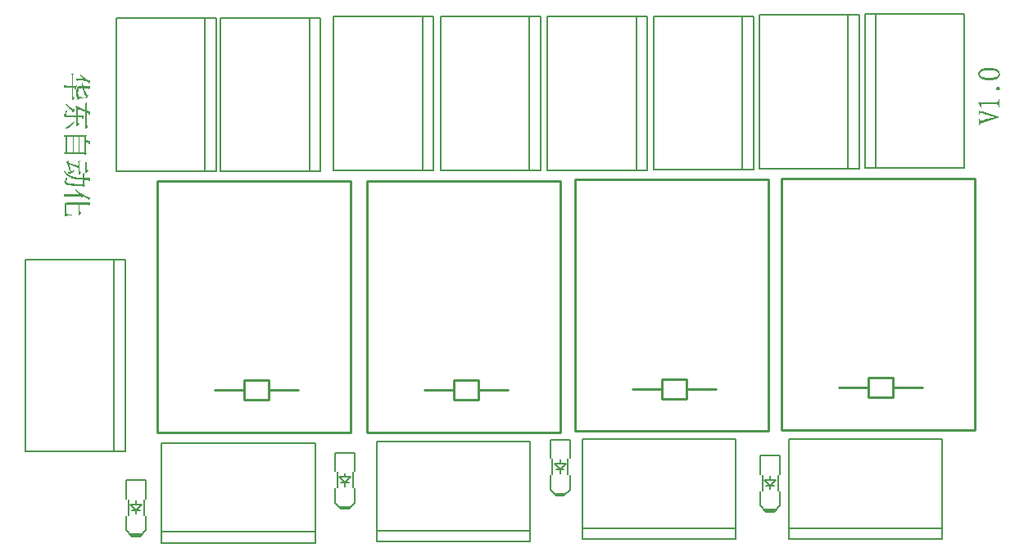
<source format=gto>
G04*
G04 #@! TF.GenerationSoftware,Altium Limited,Altium Designer,20.2.2 (114)*
G04*
G04 Layer_Color=65535*
%FSLAX44Y44*%
%MOMM*%
G71*
G04*
G04 #@! TF.SameCoordinates,263EBA9D-054C-40F6-8731-2C9348E58862*
G04*
G04*
G04 #@! TF.FilePolarity,Positive*
G04*
G01*
G75*
%ADD10C,0.2000*%
%ADD11C,0.2540*%
G36*
X99710Y40310D02*
X85710Y40311D01*
X88709Y37311D01*
X96710Y37310D01*
X99710Y40310D01*
D02*
G37*
G36*
X315610Y68470D02*
X301610Y68470D01*
X304610Y65470D01*
X312610Y65469D01*
X315610Y68470D01*
D02*
G37*
G36*
X537860Y82220D02*
X523860Y82220D01*
X526860Y79220D01*
X534860Y79219D01*
X537860Y82220D01*
D02*
G37*
G36*
X755030Y65710D02*
X741030Y65711D01*
X744029Y62710D01*
X752030Y62709D01*
X755030Y65710D01*
D02*
G37*
G36*
X974915Y521525D02*
X975276D01*
X975692Y521497D01*
X976136Y521441D01*
X976636Y521413D01*
X977191Y521330D01*
X977747Y521247D01*
X978940Y521025D01*
X980134Y520747D01*
X980717Y520553D01*
X981300Y520331D01*
X981356Y520303D01*
X981467Y520247D01*
X981689Y520164D01*
X981966Y519998D01*
X982272Y519831D01*
X982633Y519609D01*
X983021Y519331D01*
X983410Y519026D01*
X983799Y518693D01*
X984187Y518276D01*
X984548Y517860D01*
X984854Y517360D01*
X985131Y516833D01*
X985326Y516278D01*
X985464Y515667D01*
X985520Y515000D01*
Y514834D01*
X985492Y514667D01*
X985464Y514417D01*
X985381Y514112D01*
X985298Y513779D01*
X985159Y513390D01*
X984993Y513002D01*
X984770Y512557D01*
X984493Y512141D01*
X984160Y511697D01*
X983743Y511253D01*
X983243Y510836D01*
X982688Y510420D01*
X982050Y510031D01*
X981300Y509698D01*
X981272D01*
X981161Y509642D01*
X980995Y509587D01*
X980773Y509504D01*
X980467Y509420D01*
X980134Y509309D01*
X979718Y509198D01*
X979274Y509087D01*
X978774Y508976D01*
X978246Y508865D01*
X977663Y508754D01*
X977053Y508671D01*
X976386Y508587D01*
X975720Y508532D01*
X974998Y508504D01*
X974249Y508476D01*
X974193D01*
X974082D01*
X973860D01*
X973582Y508504D01*
X973221D01*
X972833Y508532D01*
X972389Y508587D01*
X971889Y508643D01*
X971361Y508698D01*
X970778Y508782D01*
X969612Y509004D01*
X968391Y509309D01*
X967808Y509476D01*
X967225Y509698D01*
X967169Y509726D01*
X967030Y509781D01*
X966836Y509892D01*
X966558Y510031D01*
X966225Y510198D01*
X965892Y510420D01*
X965503Y510697D01*
X965087Y511003D01*
X964698Y511364D01*
X964310Y511752D01*
X963949Y512196D01*
X963643Y512668D01*
X963366Y513196D01*
X963171Y513751D01*
X963033Y514362D01*
X962977Y515000D01*
Y515167D01*
X963005Y515361D01*
X963033Y515583D01*
X963116Y515889D01*
X963199Y516250D01*
X963338Y516611D01*
X963505Y517027D01*
X963727Y517471D01*
X964004Y517888D01*
X964365Y518332D01*
X964782Y518776D01*
X965254Y519220D01*
X965809Y519609D01*
X966475Y519998D01*
X967225Y520331D01*
X967253Y520359D01*
X967364Y520386D01*
X967530Y520442D01*
X967752Y520525D01*
X968058Y520608D01*
X968391Y520719D01*
X968779Y520830D01*
X969224Y520942D01*
X969723Y521053D01*
X970279Y521164D01*
X970834Y521275D01*
X971472Y521358D01*
X972111Y521441D01*
X972805Y521497D01*
X973499Y521552D01*
X974249D01*
X974304D01*
X974415D01*
X974637D01*
X974915Y521525D01*
D02*
G37*
G36*
X983799Y501730D02*
X984021Y501675D01*
X984243Y501591D01*
X984493Y501480D01*
X984743Y501341D01*
X984965Y501119D01*
X984993Y501092D01*
X985048Y501008D01*
X985104Y500897D01*
X985187Y500731D01*
X985298Y500564D01*
X985353Y500342D01*
X985409Y500120D01*
X985437Y499898D01*
Y499787D01*
X985409Y499676D01*
X985381Y499509D01*
X985326Y499342D01*
X985242Y499148D01*
X985131Y498926D01*
X984993Y498732D01*
X984965Y498704D01*
X984882Y498621D01*
X984770Y498537D01*
X984576Y498426D01*
X984382Y498288D01*
X984104Y498204D01*
X983827Y498121D01*
X983493Y498093D01*
X983466D01*
X983354D01*
X983188Y498121D01*
X982994Y498149D01*
X982744Y498204D01*
X982494Y498288D01*
X982244Y498399D01*
X981994Y498565D01*
X981966Y498593D01*
X981883Y498676D01*
X981772Y498787D01*
X981661Y498954D01*
X981550Y499148D01*
X981439Y499370D01*
X981356Y499620D01*
X981328Y499898D01*
Y500037D01*
X981356Y500175D01*
X981411Y500370D01*
X981495Y500592D01*
X981606Y500814D01*
X981772Y501064D01*
X981994Y501286D01*
X982022Y501314D01*
X982105Y501369D01*
X982244Y501425D01*
X982411Y501536D01*
X982633Y501619D01*
X982883Y501675D01*
X983188Y501730D01*
X983493Y501758D01*
X983521D01*
X983632D01*
X983799Y501730D01*
D02*
G37*
G36*
X985159Y480825D02*
X983993D01*
Y480992D01*
X983965Y481103D01*
Y481380D01*
X983910Y481741D01*
X983854Y482130D01*
X983771Y482491D01*
X983688Y482824D01*
X983549Y483102D01*
X983521Y483129D01*
X983466Y483213D01*
X983327Y483324D01*
X983132Y483435D01*
X982855Y483546D01*
X982522Y483657D01*
X982077Y483740D01*
X981550Y483768D01*
X967308D01*
X967280D01*
X967253D01*
X967086D01*
X966892Y483712D01*
X966642Y483657D01*
X966392Y483546D01*
X966170Y483407D01*
X966031Y483185D01*
X966003Y483046D01*
X965975Y482907D01*
Y482769D01*
X966003Y482602D01*
X966031Y482352D01*
X966087Y482019D01*
X966198Y481630D01*
X966309Y481130D01*
X966475Y480547D01*
X965559D01*
X963088Y486017D01*
X982077D01*
X982133D01*
X982244D01*
X982438Y486044D01*
X982688Y486100D01*
X982938Y486156D01*
X983188Y486239D01*
X983410Y486378D01*
X983577Y486572D01*
X983604Y486600D01*
X983632Y486683D01*
X983716Y486850D01*
X983771Y487099D01*
X983854Y487433D01*
X983938Y487849D01*
X983965Y488349D01*
X983993Y488654D01*
Y488987D01*
X985159D01*
Y480825D01*
D02*
G37*
G36*
X964532Y477549D02*
X964559Y477466D01*
X964587Y477327D01*
X964615Y477160D01*
X964782Y476827D01*
X964920Y476716D01*
X965059Y476605D01*
X965087D01*
X965143Y476577D01*
X965254Y476522D01*
X965420Y476466D01*
X965698Y476383D01*
X966059Y476244D01*
X966281Y476189D01*
X966531Y476106D01*
X966808Y476022D01*
X967114Y475939D01*
X985353Y470303D01*
X967141Y464473D01*
X967114D01*
X967086Y464445D01*
X967003Y464418D01*
X966892Y464362D01*
X966642Y464251D01*
X966309Y464112D01*
X965948Y463974D01*
X965614Y463807D01*
X965309Y463640D01*
X965059Y463502D01*
X965032Y463474D01*
X965004Y463446D01*
X964920Y463363D01*
X964837Y463224D01*
X964754Y463057D01*
X964671Y462863D01*
X964587Y462585D01*
X964532Y462280D01*
X963393D01*
Y468471D01*
X964532D01*
Y468415D01*
X964559Y468277D01*
X964587Y468055D01*
X964615Y467777D01*
X964671Y467499D01*
X964726Y467222D01*
X964782Y467000D01*
X964837Y466833D01*
X964865Y466805D01*
X964976Y466750D01*
X965087Y466694D01*
X965198Y466666D01*
X965365Y466639D01*
X965559D01*
X965587D01*
X965670Y466666D01*
X965753D01*
X965864Y466694D01*
X965975Y466722D01*
X966142Y466750D01*
X966364Y466805D01*
X966586Y466861D01*
X966864Y466944D01*
X967197Y467027D01*
X967558Y467138D01*
X967974Y467249D01*
X968446Y467388D01*
X968974Y467555D01*
X980273Y470775D01*
X967891Y474218D01*
X967863D01*
X967835Y474245D01*
X967669Y474273D01*
X967419Y474329D01*
X967114Y474412D01*
X966753Y474495D01*
X966392Y474551D01*
X966031Y474579D01*
X965698Y474606D01*
X965670D01*
X965587D01*
X965448Y474579D01*
X965309D01*
X965004Y474468D01*
X964865Y474384D01*
X964782Y474273D01*
X964754Y474218D01*
X964726Y474134D01*
X964698Y474023D01*
X964671Y473829D01*
X964615Y473607D01*
X964587Y473274D01*
X964532Y472885D01*
X963393D01*
Y477577D01*
X964532D01*
Y477549D01*
D02*
G37*
G36*
X34743Y515592D02*
X34798Y515537D01*
X34881Y515426D01*
X34993Y515287D01*
X35159Y515148D01*
X35326Y514954D01*
X35714Y514510D01*
X36186Y514010D01*
X36658Y513482D01*
X37186Y512955D01*
X37658Y512483D01*
X37713Y512427D01*
X37852Y512316D01*
X38102Y512122D01*
X38407Y511900D01*
X38796Y511595D01*
X39212Y511289D01*
X39684Y510928D01*
X40212Y510567D01*
X40240D01*
X40267Y510540D01*
X40434Y510401D01*
X40712Y510234D01*
X41045Y510012D01*
X41433Y509790D01*
X41850Y509512D01*
X42766Y508985D01*
X42821Y508957D01*
X42960Y508901D01*
X43182Y508791D01*
X43516Y508679D01*
X43904Y508541D01*
X44348Y508374D01*
X44876Y508208D01*
X45459Y508069D01*
Y508041D01*
X45431Y507985D01*
X45403Y507902D01*
X45376Y507763D01*
X45265Y507458D01*
X45126Y507042D01*
X44959Y506570D01*
X44765Y506098D01*
X44570Y505626D01*
X44376Y505181D01*
X44321Y505126D01*
X44210Y505043D01*
X44015Y504959D01*
X43821Y504904D01*
X43793D01*
X43738Y504932D01*
X43654Y504959D01*
X43543Y505015D01*
X43432Y505154D01*
X43321Y505320D01*
X43210Y505542D01*
X43155Y505876D01*
Y505903D01*
X43127Y505959D01*
X43099Y506125D01*
X43071Y506320D01*
X43044Y506431D01*
Y506486D01*
X43016D01*
X42960Y506542D01*
X42877Y506570D01*
X42766Y506653D01*
X42433Y506847D01*
X42044Y507097D01*
X41572Y507402D01*
X41045Y507763D01*
X40517Y508152D01*
X39990Y508568D01*
X39962Y508513D01*
X39906Y508402D01*
X39823Y508208D01*
X39712Y507985D01*
X39573Y507791D01*
X39407Y507597D01*
X39240Y507486D01*
X39074Y507430D01*
X39046D01*
X38990D01*
X38907Y507486D01*
X38796Y507541D01*
X38657Y507652D01*
X38518Y507819D01*
X38352Y508041D01*
X38213Y508346D01*
X33716D01*
X33688D01*
X33577D01*
X33410D01*
X33216Y508318D01*
X32772Y508263D01*
X32577Y508235D01*
X32411Y508180D01*
X32383D01*
X32327Y508152D01*
X32244D01*
X32133Y508124D01*
X31855Y508096D01*
X31606D01*
X31550D01*
X31439Y508124D01*
X31245Y508152D01*
X31023Y508263D01*
X30800Y508402D01*
X30606Y508652D01*
X30467Y508957D01*
X30412Y509179D01*
X30384Y509401D01*
Y509540D01*
X30440Y509707D01*
X30495Y509873D01*
X30578Y510040D01*
X30717Y510206D01*
X30912Y510317D01*
X31189Y510345D01*
X38157D01*
X38046Y510373D01*
X37908Y510429D01*
X37713Y510512D01*
X37491Y510651D01*
X37241Y510789D01*
X36991Y511012D01*
X36714Y511261D01*
Y511289D01*
X36658Y511317D01*
X36603Y511400D01*
X36492Y511511D01*
X36381Y511650D01*
X36242Y511817D01*
X35937Y512233D01*
X35520Y512761D01*
X35076Y513371D01*
X34576Y514093D01*
X34049Y514870D01*
X34715Y515620D01*
X34743Y515592D01*
D02*
G37*
G36*
X27913D02*
X27885Y515537D01*
Y515453D01*
X27858Y515342D01*
X27830Y515176D01*
X27802Y515009D01*
X27719Y514565D01*
X27636Y514010D01*
X27580Y513399D01*
X27552Y512705D01*
X27524Y511955D01*
Y502988D01*
X28774D01*
X28802D01*
X28829D01*
X28913D01*
X29024D01*
X29301D01*
X29662D01*
X30051Y503016D01*
X30495Y503044D01*
X30939Y503072D01*
X31356Y503099D01*
Y503016D01*
X31328Y502905D01*
X31300Y502766D01*
X31272Y502599D01*
X31245Y502405D01*
X31189Y501933D01*
X31078Y501433D01*
X30967Y500906D01*
X30828Y500406D01*
X30662Y499934D01*
Y499907D01*
X30634Y499851D01*
X30495Y499629D01*
X30301Y499435D01*
X30162Y499379D01*
X30023Y499351D01*
X29995D01*
X29940D01*
X29857Y499379D01*
X29746Y499435D01*
X29634Y499490D01*
X29496Y499601D01*
X29412Y499768D01*
X29329Y499962D01*
Y499990D01*
X29301Y500045D01*
X29246Y500157D01*
X29190Y500295D01*
X29107Y500628D01*
X29024Y500989D01*
X27524D01*
Y492466D01*
X29301Y490884D01*
Y490856D01*
X29246Y490828D01*
X29135Y490662D01*
X28940Y490384D01*
X28718Y490051D01*
X28441Y489690D01*
X28135Y489301D01*
X27802Y488885D01*
X27497Y488496D01*
Y488469D01*
X27441Y488441D01*
X27330Y488302D01*
X27136Y488163D01*
X27025Y488135D01*
X26886Y488108D01*
X26858D01*
X26775D01*
X26664Y488135D01*
X26525Y488191D01*
X26386Y488302D01*
X26275Y488441D01*
X26192Y488635D01*
X26164Y488885D01*
Y500989D01*
X20723D01*
X20695D01*
X20612D01*
X20529D01*
X20390D01*
X20112Y500962D01*
X20001Y500934D01*
X19890Y500906D01*
X19862D01*
X19807D01*
X19696Y500878D01*
X19584D01*
X19307Y500850D01*
X19029D01*
X18974D01*
X18835Y500878D01*
X18641Y500906D01*
X18419Y500989D01*
X18169Y501156D01*
X17974Y501378D01*
X17836Y501656D01*
X17808Y501850D01*
X17780Y502072D01*
Y502239D01*
X17808Y502405D01*
X17863Y502572D01*
X17974Y502766D01*
X18085Y502933D01*
X18280Y503044D01*
X18530Y503099D01*
X18557D01*
X18641D01*
X18779D01*
X18974D01*
X19224Y503072D01*
X19501D01*
X19807D01*
X20140Y503044D01*
X20195D01*
X20306D01*
X20501Y503016D01*
X20723D01*
X21000D01*
X21278Y502988D01*
X21861D01*
X26164D01*
Y512649D01*
X26136Y513066D01*
Y513566D01*
X26109Y514038D01*
X26081Y514510D01*
X26053Y514926D01*
X27913Y515620D01*
Y515592D01*
D02*
G37*
G36*
X37352Y506514D02*
X37380Y506431D01*
X37408Y506292D01*
X37436Y506125D01*
X37491Y505931D01*
X37519Y505681D01*
X37574Y505404D01*
X37658Y505098D01*
X37796Y504432D01*
X37963Y503710D01*
X38130Y502988D01*
X38324Y502266D01*
X42849D01*
X42905D01*
X43044D01*
X43266D01*
X43571D01*
X43932Y502294D01*
X44321Y502322D01*
X45153Y502377D01*
Y502294D01*
X45126Y502211D01*
X45098Y502072D01*
X45043Y501767D01*
X44959Y501378D01*
X44848Y500934D01*
X44737Y500462D01*
X44626Y500018D01*
X44487Y499629D01*
Y499601D01*
X44460Y499546D01*
X44376Y499379D01*
X44182Y499212D01*
X44071Y499157D01*
X43904Y499129D01*
X43877D01*
X43821D01*
X43654Y499185D01*
X43543Y499240D01*
X43460Y499351D01*
X43349Y499462D01*
X43293Y499629D01*
Y499657D01*
X43266Y499712D01*
X43210Y499879D01*
X43155Y500073D01*
X43099Y500267D01*
X38851D01*
Y500240D01*
X38879Y500212D01*
X38907Y500129D01*
X38935Y500018D01*
X39046Y499740D01*
X39212Y499351D01*
X39379Y498907D01*
X39601Y498407D01*
X39851Y497852D01*
X40101Y497269D01*
X40129Y497241D01*
X40156Y497130D01*
X40240Y496992D01*
X40323Y496797D01*
X40434Y496547D01*
X40573Y496270D01*
X40739Y495964D01*
X40934Y495631D01*
X41378Y494909D01*
X41878Y494188D01*
X42433Y493493D01*
X42738Y493160D01*
X43044Y492883D01*
Y492855D01*
X43016Y492799D01*
X42960Y492716D01*
X42905Y492605D01*
X42738Y492272D01*
X42544Y491911D01*
X42294Y491495D01*
X42072Y491050D01*
X41822Y490662D01*
X41572Y490301D01*
Y490273D01*
X41544Y490245D01*
X41433Y490134D01*
X41267Y490023D01*
X41156Y489968D01*
X41045D01*
X41017D01*
X40961D01*
X40850Y489995D01*
X40767Y490051D01*
X40628Y490107D01*
X40517Y490218D01*
X40434Y490384D01*
X40378Y490578D01*
Y490634D01*
X40406Y490745D01*
X40462Y490967D01*
X40545Y491245D01*
X40573Y491300D01*
X40601Y491439D01*
X40628Y491633D01*
Y491883D01*
X40601Y491911D01*
X40545Y492050D01*
X40434Y492244D01*
X40323Y492494D01*
X40156Y492827D01*
X39962Y493216D01*
X39740Y493660D01*
X39518Y494160D01*
X39296Y494687D01*
X39046Y495298D01*
X38796Y495909D01*
X38546Y496575D01*
X38324Y497269D01*
X38074Y497991D01*
X37658Y499490D01*
Y499518D01*
X37630Y499573D01*
X37602Y499657D01*
X37574Y499768D01*
X37491Y500018D01*
X37408Y500267D01*
X33827D01*
X33799D01*
X33771D01*
X33605Y500240D01*
X33438Y500184D01*
X33355Y500157D01*
X33299Y500101D01*
Y500073D01*
X33271Y500045D01*
X33244Y499962D01*
X33188Y499851D01*
X33160Y499712D01*
X33105Y499546D01*
X33049Y499324D01*
X33021Y499046D01*
Y498990D01*
X32994Y498852D01*
X32966Y498629D01*
X32938Y498269D01*
X32883Y497852D01*
X32855Y497297D01*
Y496964D01*
X32827Y496631D01*
Y494882D01*
X32855Y494465D01*
Y494021D01*
X32883Y493605D01*
X32910Y493216D01*
Y493105D01*
X32938Y492966D01*
X32966Y492799D01*
X33021Y492411D01*
X33077Y492216D01*
X33133Y492050D01*
Y492022D01*
X33160Y491994D01*
X33271Y491856D01*
X33438Y491689D01*
X33577Y491606D01*
X33716Y491550D01*
X33771Y491522D01*
X33827D01*
X33910Y491495D01*
X34021Y491467D01*
X34160Y491439D01*
X34326Y491384D01*
X34548Y491356D01*
X34798Y491300D01*
X35104Y491245D01*
X35464Y491189D01*
X35853Y491134D01*
X36297Y491050D01*
X36825Y490995D01*
X37380Y490939D01*
X37991Y490856D01*
X37852Y489718D01*
X34243D01*
X34188D01*
X34104Y489690D01*
X33965Y489662D01*
X33854Y489607D01*
X33827Y489579D01*
X33771Y489524D01*
X33660Y489412D01*
X33549Y489246D01*
Y489218D01*
X33493Y489135D01*
X33410Y489024D01*
X33327Y488913D01*
X33188Y488802D01*
X33049Y488691D01*
X32855Y488607D01*
X32661Y488580D01*
X32633D01*
X32577D01*
X32411Y488635D01*
X32300Y488691D01*
X32161Y488774D01*
X32050Y488885D01*
X31939Y489052D01*
X31911Y489079D01*
X31883Y489163D01*
X31800Y489301D01*
X31717Y489496D01*
X31633Y489718D01*
X31522Y489968D01*
X31439Y490273D01*
X31384Y490578D01*
Y490634D01*
X31356Y490745D01*
X31300Y490967D01*
X31272Y491245D01*
X31217Y491578D01*
X31161Y491994D01*
X31134Y492439D01*
X31106Y492910D01*
Y493049D01*
X31078Y493160D01*
Y493466D01*
X31050Y493854D01*
X31023Y494299D01*
Y494798D01*
X30995Y495326D01*
Y496603D01*
X31023Y497075D01*
Y497602D01*
X31050Y498158D01*
X31078Y498657D01*
X31106Y499129D01*
Y499185D01*
X31134Y499379D01*
X31161Y499629D01*
X31217Y499934D01*
X31272Y500267D01*
X31356Y500573D01*
X31439Y500878D01*
X31522Y501100D01*
Y501128D01*
X31578Y501184D01*
X31633Y501295D01*
X31717Y501433D01*
X31967Y501711D01*
X32133Y501850D01*
X32327Y501989D01*
X32355D01*
X32411Y502044D01*
X32494Y502072D01*
X32633Y502128D01*
X32938Y502211D01*
X33327Y502266D01*
X36964D01*
Y502294D01*
X36936Y502350D01*
X36908Y502433D01*
X36880Y502544D01*
X36853Y502711D01*
X36797Y502877D01*
X36742Y503099D01*
X36686Y503349D01*
X36575Y503904D01*
X36436Y504571D01*
X36325Y505348D01*
X36242Y506181D01*
X37352Y506542D01*
Y506514D01*
D02*
G37*
G36*
X41683Y485581D02*
X41656Y485526D01*
Y485443D01*
X41628Y485331D01*
X41600Y485165D01*
X41572Y484998D01*
X41517Y484554D01*
X41433Y483999D01*
X41378Y483388D01*
X41350Y482694D01*
X41322Y481945D01*
Y477503D01*
X41350D01*
X41461Y477447D01*
X41628Y477392D01*
X41905Y477308D01*
X41933D01*
X41989Y477280D01*
X42100Y477253D01*
X42238Y477197D01*
X42405Y477169D01*
X42627Y477114D01*
X43099Y476975D01*
X43627Y476836D01*
X44210Y476697D01*
X44793Y476586D01*
X45376Y476503D01*
Y476420D01*
X45348Y476309D01*
Y476198D01*
X45320Y476031D01*
X45292Y475837D01*
X45209Y475420D01*
X45126Y474921D01*
X45043Y474393D01*
X44931Y473893D01*
X44793Y473394D01*
Y473366D01*
X44765Y473338D01*
X44654Y473199D01*
X44487Y473088D01*
X44376Y473060D01*
X44237Y473033D01*
X44210D01*
X44154D01*
X44043Y473060D01*
X43932Y473116D01*
X43793Y473227D01*
X43682Y473366D01*
X43571Y473560D01*
X43516Y473810D01*
Y473838D01*
X43488Y473921D01*
X43460Y474032D01*
X43404Y474171D01*
X43349Y474504D01*
X43293Y474865D01*
X43238D01*
X43099Y474921D01*
X42905Y474976D01*
X42655Y475087D01*
X42350Y475198D01*
X42016Y475309D01*
X41322Y475642D01*
Y462566D01*
X43044Y460984D01*
Y460956D01*
X43016Y460928D01*
X42905Y460762D01*
X42738Y460512D01*
X42516Y460207D01*
X42238Y459846D01*
X41961Y459457D01*
X41322Y458624D01*
Y458596D01*
X41267Y458569D01*
X41128Y458402D01*
X40934Y458263D01*
X40823Y458236D01*
X40684Y458208D01*
X40656D01*
X40573D01*
X40434Y458236D01*
X40295Y458319D01*
X40156Y458402D01*
X40017Y458541D01*
X39934Y458735D01*
X39906Y459013D01*
Y476059D01*
X39879D01*
X39851Y476087D01*
X39768Y476114D01*
X39657Y476170D01*
X39490Y476198D01*
X39323Y476281D01*
X38935Y476447D01*
X38435Y476642D01*
X37880Y476864D01*
X37241Y477142D01*
X36575Y477419D01*
X36547D01*
X36464Y477475D01*
X36325Y477530D01*
X36159Y477613D01*
X35937Y477697D01*
X35687Y477808D01*
X35409Y477947D01*
X35104Y478086D01*
X34410Y478419D01*
X33688Y478807D01*
X32938Y479196D01*
X32216Y479612D01*
Y472255D01*
X36103D01*
X36131D01*
X36186D01*
X36270D01*
X36381D01*
X36658D01*
X37019D01*
X37436Y472283D01*
X37880Y472311D01*
X38296Y472339D01*
X38713Y472366D01*
Y472283D01*
X38685Y472172D01*
X38657Y472033D01*
X38629Y471867D01*
X38602Y471672D01*
X38518Y471228D01*
X38407Y470728D01*
X38268Y470201D01*
X38102Y469674D01*
X37935Y469202D01*
Y469174D01*
X37908Y469118D01*
X37796Y468952D01*
X37630Y468785D01*
X37519Y468730D01*
X37380Y468702D01*
X37352D01*
X37297D01*
X37213Y468730D01*
X37075Y468785D01*
X36964Y468841D01*
X36825Y468952D01*
X36714Y469118D01*
X36603Y469313D01*
Y469340D01*
X36575Y469396D01*
Y469507D01*
X36547Y469618D01*
X36464Y469923D01*
X36408Y470257D01*
X32216D01*
Y464982D01*
X33882Y463510D01*
Y463483D01*
X33854Y463455D01*
X33716Y463288D01*
X33549Y463011D01*
X33327Y462705D01*
X33049Y462344D01*
X32772Y461956D01*
X32466Y461567D01*
X32161Y461206D01*
Y461178D01*
X32133Y461151D01*
X32022Y461012D01*
X31828Y460901D01*
X31717Y460873D01*
X31606Y460845D01*
X31578D01*
X31495D01*
X31384Y460873D01*
X31245Y460956D01*
X31106Y461040D01*
X30995Y461178D01*
X30912Y461373D01*
X30884Y461650D01*
Y470257D01*
X20834D01*
X20778D01*
X20640D01*
X20445Y470284D01*
X20223Y470340D01*
X19945Y470395D01*
X19668Y470506D01*
X19390Y470645D01*
X19168Y470840D01*
X19140Y470867D01*
X19085Y470923D01*
X19001Y471034D01*
X18863Y471145D01*
X18752Y471339D01*
X18585Y471534D01*
X18446Y471783D01*
X18307Y472061D01*
Y472089D01*
X18252Y472172D01*
X18224Y472339D01*
X18169Y472533D01*
X18113Y472755D01*
X18058Y473033D01*
X18030Y473310D01*
X18002Y473616D01*
X18779Y473699D01*
X18807D01*
X18891Y473727D01*
X18974Y473755D01*
X19057Y473838D01*
X19085D01*
X19113Y473893D01*
X19168Y473977D01*
X19251Y474088D01*
X19335Y474254D01*
X19446Y474449D01*
X19529Y474698D01*
X19640Y474976D01*
Y475004D01*
X19696Y475115D01*
X19723Y475281D01*
X19779Y475531D01*
X19862Y475809D01*
X19918Y476170D01*
X19973Y476614D01*
X20001Y477086D01*
X21250D01*
Y477058D01*
X21223Y477003D01*
X21195Y476892D01*
X21167Y476725D01*
X21139Y476559D01*
X21112Y476337D01*
X21028Y475864D01*
X20917Y475309D01*
X20862Y474726D01*
X20806Y474115D01*
X20778Y473560D01*
Y473283D01*
X20806Y473088D01*
X20834Y472727D01*
X20862Y472561D01*
X20917Y472450D01*
X20945Y472422D01*
X21028Y472339D01*
X21112Y472311D01*
X21223Y472283D01*
X21361Y472255D01*
X21556D01*
X30884D01*
Y480084D01*
X30856D01*
X30773Y480140D01*
X30634Y480195D01*
X30606Y480223D01*
X30551Y480251D01*
X30495Y480334D01*
X30412Y480445D01*
X30301Y480612D01*
X30245Y480778D01*
X30190Y481028D01*
X30162Y481278D01*
Y481417D01*
X30190Y481584D01*
X30245Y481750D01*
X30329Y481945D01*
X30467Y482083D01*
X30634Y482194D01*
X30856Y482250D01*
X31300Y482139D01*
X31328Y482111D01*
X31384Y482083D01*
X31495Y482000D01*
X31689Y481889D01*
X31994Y481722D01*
X32161Y481611D01*
X32355Y481500D01*
X32605Y481361D01*
X32855Y481223D01*
X33160Y481056D01*
X33493Y480890D01*
X33521Y480862D01*
X33605Y480834D01*
X33716Y480778D01*
X33882Y480695D01*
X34076Y480584D01*
X34299Y480473D01*
X34576Y480334D01*
X34854Y480195D01*
X35520Y479890D01*
X36242Y479529D01*
X37019Y479168D01*
X37796Y478807D01*
X37824D01*
X37852Y478780D01*
X38019Y478724D01*
X38241Y478613D01*
X38546Y478474D01*
X38879Y478335D01*
X39240Y478197D01*
X39573Y478030D01*
X39906Y477891D01*
Y482639D01*
X39879Y483083D01*
Y483555D01*
X39851Y484054D01*
Y484526D01*
X39823Y484915D01*
X41683Y485609D01*
Y485581D01*
D02*
G37*
G36*
X20334Y485109D02*
X20362Y485082D01*
X20417Y484998D01*
X20501Y484887D01*
X20723Y484610D01*
X21000Y484249D01*
X21334Y483860D01*
X21695Y483471D01*
X22055Y483055D01*
X22444Y482694D01*
X22500Y482639D01*
X22638Y482500D01*
X22888Y482278D01*
X23194Y482000D01*
X23554Y481667D01*
X23971Y481306D01*
X24443Y480945D01*
X24943Y480556D01*
X24970D01*
X24998Y480529D01*
X25165Y480390D01*
X25415Y480223D01*
X25775Y480001D01*
X26164Y479779D01*
X26608Y479501D01*
X27080Y479224D01*
X27580Y478974D01*
X27608D01*
X27691Y478918D01*
X27830Y478863D01*
X28024Y478807D01*
X28246Y478752D01*
X28524Y478669D01*
X28829Y478585D01*
X29190Y478530D01*
Y478502D01*
X29162Y478446D01*
X29135Y478363D01*
X29107Y478224D01*
X28996Y477919D01*
X28885Y477503D01*
X28718Y477058D01*
X28524Y476586D01*
X28330Y476087D01*
X28135Y475642D01*
Y475615D01*
X28080Y475587D01*
X27969Y475476D01*
X27802Y475393D01*
X27719Y475337D01*
X27608D01*
X27580D01*
X27524D01*
X27358Y475420D01*
X27247Y475476D01*
X27108Y475587D01*
X26997Y475726D01*
X26886Y475920D01*
Y475948D01*
X26858Y476031D01*
X26830Y476170D01*
X26803Y476337D01*
X26747Y476697D01*
X26719Y476892D01*
Y477058D01*
X26692Y477086D01*
X26553Y477169D01*
X26386Y477280D01*
X26136Y477419D01*
X25859Y477613D01*
X25526Y477863D01*
X25192Y478113D01*
X24859Y478391D01*
X24804Y478419D01*
X24693Y478530D01*
X24471Y478696D01*
X24221Y478918D01*
X23888Y479196D01*
X23527Y479529D01*
X23138Y479918D01*
X22722Y480334D01*
X22694Y480362D01*
X22583Y480445D01*
X22444Y480612D01*
X22250Y480806D01*
X22000Y481028D01*
X21750Y481306D01*
X21472Y481639D01*
X21195Y481972D01*
X21167Y482000D01*
X21056Y482139D01*
X20917Y482305D01*
X20723Y482583D01*
X20473Y482916D01*
X20223Y483333D01*
X19918Y483832D01*
X19612Y484388D01*
X20306Y485137D01*
X20334Y485109D01*
D02*
G37*
G36*
X28968Y465787D02*
Y465759D01*
X28913Y465704D01*
X28857Y465592D01*
X28774Y465454D01*
X28663Y465287D01*
X28524Y465093D01*
X28219Y464649D01*
X27858Y464121D01*
X27469Y463594D01*
X27025Y463038D01*
X26581Y462511D01*
Y462483D01*
X26525Y462455D01*
X26470Y462372D01*
X26358Y462261D01*
X26136Y462011D01*
X25831Y461678D01*
X25470Y461317D01*
X25109Y460956D01*
X24721Y460595D01*
X24332Y460290D01*
X24304Y460262D01*
X24193Y460151D01*
X23999Y460012D01*
X23804Y459846D01*
X23554Y459651D01*
X23305Y459457D01*
X23055Y459291D01*
X22805Y459152D01*
X22777Y459124D01*
X22722Y459096D01*
X22611Y459041D01*
X22500Y458957D01*
X22194Y458819D01*
X21861Y458708D01*
X21833D01*
X21778Y458680D01*
X21667Y458652D01*
X21556Y458624D01*
X21250Y458596D01*
X20945Y458569D01*
X20917D01*
X20806D01*
X20667Y458596D01*
X20529Y458652D01*
X20362Y458763D01*
X20223Y458874D01*
X20112Y459068D01*
X20084Y459318D01*
Y459374D01*
X20112Y459540D01*
X20195Y459735D01*
X20334Y459957D01*
X20390Y460012D01*
X20445Y460068D01*
X20529Y460179D01*
X20695Y460290D01*
X20889Y460457D01*
X21139Y460623D01*
X21472Y460845D01*
X21500D01*
X21528Y460873D01*
X21695Y460956D01*
X21917Y461095D01*
X22222Y461289D01*
X22583Y461511D01*
X22971Y461761D01*
X23388Y462067D01*
X23804Y462372D01*
X23860Y462400D01*
X23999Y462511D01*
X24221Y462677D01*
X24526Y462900D01*
X24859Y463177D01*
X25248Y463483D01*
X25637Y463843D01*
X26053Y464204D01*
X26109Y464260D01*
X26220Y464371D01*
X26442Y464593D01*
X26719Y464871D01*
X27025Y465204D01*
X27413Y465592D01*
X27830Y466037D01*
X28274Y466509D01*
X28968Y465787D01*
D02*
G37*
G36*
X40739Y450018D02*
Y447519D01*
X40767Y447492D01*
X40823Y447436D01*
X40906Y447380D01*
X41017Y447270D01*
X41295Y447047D01*
X41656Y446825D01*
X41683Y446797D01*
X41767Y446742D01*
X41905Y446659D01*
X42072Y446575D01*
X42294Y446437D01*
X42544Y446298D01*
X43071Y446020D01*
X43099D01*
X43182Y445965D01*
X43321Y445909D01*
X43488Y445854D01*
X43710Y445770D01*
X43932Y445687D01*
X44487Y445520D01*
X44515D01*
X44543Y445493D01*
X44626D01*
X44737Y445465D01*
X44876Y445437D01*
X45043Y445409D01*
X45459Y445354D01*
Y445326D01*
X45431Y445271D01*
Y445187D01*
X45376Y445048D01*
X45292Y444743D01*
X45181Y444327D01*
X45015Y443855D01*
X44848Y443383D01*
X44654Y442883D01*
X44432Y442411D01*
Y442383D01*
X44376Y442356D01*
X44265Y442244D01*
X44099Y442161D01*
X43987Y442106D01*
X43904D01*
X43877D01*
X43821D01*
X43654Y442189D01*
X43543Y442244D01*
X43432Y442356D01*
X43321Y442494D01*
X43238Y442689D01*
Y442716D01*
X43210Y442800D01*
X43182Y442939D01*
X43155Y443105D01*
X43071Y443494D01*
X43044Y443688D01*
Y443855D01*
X43016D01*
X42988Y443882D01*
X42821Y443993D01*
X42544Y444160D01*
X42238Y444354D01*
X42211D01*
X42155Y444410D01*
X42072Y444465D01*
X41961Y444549D01*
X41683Y444771D01*
X41350Y445048D01*
X41322Y445076D01*
X41295Y445104D01*
X41100Y445271D01*
X40878Y445493D01*
X40739Y445647D01*
Y434443D01*
X42016Y433416D01*
Y433388D01*
X41989Y433361D01*
X41905Y433194D01*
X41767Y432972D01*
X41600Y432694D01*
X41406Y432389D01*
X41184Y432111D01*
X40934Y431834D01*
X40712Y431639D01*
X40684Y431612D01*
X40656Y431584D01*
X40517Y431473D01*
X40323Y431390D01*
X40240Y431334D01*
X40129D01*
X40101D01*
X40045Y431362D01*
X39962Y431390D01*
X39823Y431473D01*
X39657Y431584D01*
X39462Y431778D01*
X39268Y432028D01*
X39018Y432361D01*
X23554D01*
X23527D01*
X23471D01*
X23360D01*
X23221D01*
X23055D01*
X22861D01*
X22444D01*
X21972Y432333D01*
X21528D01*
X21167Y432306D01*
X21000Y432278D01*
X20862D01*
X20834D01*
X20695D01*
X20529Y432250D01*
X20334D01*
X19890Y432222D01*
X19668D01*
X19474D01*
X19446D01*
X19390D01*
X19279Y432250D01*
X19168Y432278D01*
X19029Y432333D01*
X18863Y432417D01*
X18696Y432528D01*
X18557Y432694D01*
Y432722D01*
X18530Y432778D01*
X18502Y432861D01*
X18474Y432972D01*
X18391Y433222D01*
X18363Y433444D01*
Y433583D01*
X18391Y433722D01*
X18446Y433888D01*
X18530Y434082D01*
X18641Y434221D01*
X18807Y434332D01*
X19029Y434360D01*
X20112D01*
Y450046D01*
X19029D01*
X19001D01*
X18918D01*
X18807Y450101D01*
X18696Y450157D01*
X18585Y450268D01*
X18474Y450407D01*
X18391Y450629D01*
X18363Y450906D01*
Y450962D01*
X18391Y451128D01*
X18446Y451406D01*
X18585Y451739D01*
X18613Y451767D01*
X18641Y451795D01*
X18724Y451850D01*
X18835Y451934D01*
X19113Y452072D01*
X19279Y452100D01*
X19474Y452128D01*
X19501D01*
X19557D01*
X19696D01*
X19834D01*
X20057Y452100D01*
X20279D01*
X20556D01*
X20862Y452072D01*
X20889D01*
X21000Y452045D01*
X21167Y452017D01*
X21445Y451989D01*
X21806D01*
X22028Y451961D01*
X22278D01*
X22555Y451934D01*
X22861D01*
X23194D01*
X23554D01*
X39795D01*
X39851D01*
X39990D01*
X40184D01*
X40462Y451961D01*
X40795Y451989D01*
X41184Y452017D01*
X41600Y452072D01*
X42016Y452128D01*
X40739Y450018D01*
D02*
G37*
G36*
X41794Y424171D02*
X41767Y424116D01*
Y424033D01*
X41739Y423922D01*
X41711Y423755D01*
X41683Y423588D01*
X41628Y423144D01*
X41544Y422617D01*
X41489Y421978D01*
X41461Y421284D01*
X41433Y420535D01*
Y416592D01*
X43044Y415121D01*
Y415093D01*
X43016Y415065D01*
X42877Y414899D01*
X42710Y414621D01*
X42488Y414316D01*
X42238Y413955D01*
X41961Y413566D01*
X41656Y413177D01*
X41378Y412817D01*
Y412789D01*
X41350Y412761D01*
X41239Y412622D01*
X41045Y412511D01*
X40934Y412483D01*
X40823Y412456D01*
X40795D01*
X40712D01*
X40573Y412483D01*
X40434Y412539D01*
X40267Y412650D01*
X40156Y412761D01*
X40045Y412955D01*
X40017Y413205D01*
Y421228D01*
X39990Y421645D01*
Y422117D01*
X39962Y422617D01*
X39934Y423089D01*
X39906Y423477D01*
X41794Y424199D01*
Y424171D01*
D02*
G37*
G36*
X23221Y425615D02*
X23249Y425532D01*
Y425421D01*
X23305Y425143D01*
X23332Y424782D01*
X23388Y424393D01*
X23444Y423977D01*
X23499Y423560D01*
X23554Y423172D01*
X23582D01*
X23666Y423116D01*
X23804Y423089D01*
X23971Y423005D01*
X24193Y422922D01*
X24471Y422839D01*
X24776Y422728D01*
X25082Y422617D01*
X25831Y422367D01*
X26636Y422089D01*
X27497Y421811D01*
X28357Y421534D01*
X28385D01*
X28468Y421506D01*
X28579Y421478D01*
X28746Y421423D01*
X28968Y421367D01*
X29190Y421284D01*
X29468Y421201D01*
X29773Y421118D01*
X30467Y420923D01*
X31245Y420701D01*
X32050Y420507D01*
X32910Y420285D01*
Y422506D01*
X32883Y422922D01*
Y423394D01*
X32855Y423894D01*
X32827Y424366D01*
X32799Y424754D01*
X34659Y425476D01*
Y425448D01*
X34632Y425393D01*
Y425310D01*
X34604Y425199D01*
X34576Y425032D01*
X34548Y424865D01*
X34493Y424421D01*
X34410Y423866D01*
X34354Y423255D01*
X34326Y422561D01*
X34299Y421811D01*
Y415204D01*
X35937Y413733D01*
Y413705D01*
X35909Y413677D01*
X35770Y413511D01*
X35603Y413261D01*
X35381Y412928D01*
X35131Y412567D01*
X34826Y412178D01*
X34548Y411789D01*
X34243Y411428D01*
Y411401D01*
X34215Y411373D01*
X34104Y411234D01*
X33938Y411123D01*
X33827Y411095D01*
X33716Y411068D01*
X33688D01*
X33605D01*
X33466Y411095D01*
X33327Y411151D01*
X33160Y411262D01*
X33049Y411373D01*
X32938Y411567D01*
X32910Y411817D01*
Y418064D01*
X32883D01*
X32799Y418091D01*
X32661Y418147D01*
X32466Y418230D01*
X32216Y418313D01*
X31939Y418397D01*
X31606Y418536D01*
X31272Y418647D01*
X30856Y418785D01*
X30440Y418952D01*
X29551Y419313D01*
X28552Y419702D01*
X27524Y420118D01*
X27497D01*
X27441Y420146D01*
X27330Y420201D01*
X27164Y420257D01*
X26969Y420340D01*
X26775Y420423D01*
X26247Y420645D01*
X25665Y420923D01*
X25026Y421228D01*
X24360Y421534D01*
X23721Y421867D01*
X23749Y421811D01*
X23777Y421701D01*
X23804Y421617D01*
X23832Y421478D01*
Y421451D01*
X23860Y421395D01*
Y421312D01*
X23888Y421201D01*
X23915Y421034D01*
X23971Y420868D01*
X24054Y420396D01*
X24165Y419868D01*
X24304Y419257D01*
X24471Y418563D01*
X24665Y417841D01*
Y417814D01*
X24693Y417758D01*
Y417675D01*
X24748Y417536D01*
X24776Y417370D01*
X24832Y417203D01*
X24943Y416731D01*
X25082Y416204D01*
X25248Y415593D01*
X25415Y414899D01*
X25637Y414205D01*
X25665Y414232D01*
X25748Y414260D01*
X25859Y414316D01*
X26025Y414399D01*
X26192Y414510D01*
X26414Y414621D01*
X26886Y414871D01*
X26914Y414899D01*
X27025Y414954D01*
X27219Y415037D01*
X27441Y415176D01*
X27747Y415343D01*
X28080Y415537D01*
X28496Y415759D01*
X28913Y416037D01*
X29496Y415398D01*
X29440Y415343D01*
X29329Y415204D01*
X29135Y415010D01*
X28857Y414760D01*
X28579Y414482D01*
X28246Y414205D01*
X27913Y413899D01*
X27552Y413649D01*
X27524Y413622D01*
X27413Y413538D01*
X27247Y413400D01*
X27025Y413233D01*
X26775Y413066D01*
X26497Y412872D01*
X26192Y412678D01*
X25887Y412511D01*
X25859Y412483D01*
X25748Y412428D01*
X25609Y412317D01*
X25415Y412206D01*
X25165Y412095D01*
X24915Y411984D01*
X24665Y411873D01*
X24415Y411817D01*
X24387D01*
X24304Y411789D01*
X24193Y411762D01*
X24054Y411706D01*
X23860Y411678D01*
X23666Y411651D01*
X23221Y411623D01*
X23194D01*
X23138D01*
X23055D01*
X22944Y411651D01*
X22666Y411706D01*
X22389Y411817D01*
X22361Y411845D01*
X22305Y411873D01*
X22166Y412039D01*
X22000Y412317D01*
X21944Y412483D01*
X21917Y412650D01*
Y412705D01*
X21944Y412844D01*
X22055Y413039D01*
X22111Y413150D01*
X22222Y413233D01*
X22278Y413261D01*
X22333Y413316D01*
X22444Y413344D01*
X22583Y413400D01*
X22749Y413455D01*
X22971Y413511D01*
X23249Y413566D01*
X23277D01*
X23388Y413594D01*
X23527Y413622D01*
X23721Y413677D01*
X24165Y413760D01*
X24387Y413816D01*
X24582Y413871D01*
Y413899D01*
X24554Y413955D01*
X24499Y414038D01*
X24443Y414149D01*
X24304Y414454D01*
X24137Y414843D01*
X23915Y415315D01*
X23721Y415815D01*
X23305Y416898D01*
Y416925D01*
X23277Y416981D01*
X23249Y417064D01*
X23194Y417203D01*
X23138Y417370D01*
X23083Y417536D01*
X22944Y417980D01*
X22777Y418508D01*
X22611Y419063D01*
X22278Y420257D01*
Y420285D01*
X22250Y420312D01*
X22222Y420396D01*
X22194Y420535D01*
X22111Y420840D01*
X22000Y421228D01*
X21889Y421673D01*
X21750Y422200D01*
X21611Y422755D01*
X21500Y423311D01*
X21445D01*
X21334Y423366D01*
X21167Y423422D01*
X20973Y423505D01*
X20751Y423616D01*
X20584Y423755D01*
X20473Y423894D01*
X20417Y424033D01*
Y424060D01*
X20473Y424116D01*
X20556Y424227D01*
X20640Y424282D01*
X20778Y424393D01*
X20917Y424477D01*
X21112Y424616D01*
X21334Y424727D01*
X21611Y424893D01*
X21917Y425060D01*
X22305Y425254D01*
X22722Y425448D01*
X23221Y425671D01*
Y425615D01*
D02*
G37*
G36*
X19140Y415232D02*
X19168Y415176D01*
X19251Y415037D01*
X19362Y414899D01*
X19501Y414732D01*
X19640Y414510D01*
X20001Y414038D01*
X20445Y413483D01*
X20917Y412928D01*
X21445Y412400D01*
X21972Y411928D01*
X22000Y411900D01*
X22028Y411873D01*
X22194Y411734D01*
X22472Y411512D01*
X22833Y411234D01*
X23277Y410929D01*
X23804Y410623D01*
X24415Y410290D01*
X25054Y409985D01*
X25082D01*
X25109Y409957D01*
X25192Y409902D01*
X25304Y409846D01*
X25470Y409790D01*
X25637Y409707D01*
X25831Y409624D01*
X26081Y409513D01*
X26608Y409319D01*
X27247Y409069D01*
X27996Y408847D01*
X28829Y408624D01*
X28857D01*
X28913Y408597D01*
X29024Y408569D01*
X29162Y408541D01*
X29357Y408513D01*
X29579Y408458D01*
X29829Y408430D01*
X30106Y408375D01*
X30440Y408319D01*
X30773Y408264D01*
X31550Y408153D01*
X32411Y408041D01*
X33355Y407958D01*
X33382D01*
X33438D01*
X33549Y407930D01*
X33688D01*
X33882Y407903D01*
X34104Y407875D01*
X34326D01*
X34604Y407847D01*
X35242Y407792D01*
X35937Y407736D01*
X36686Y407708D01*
X37491Y407681D01*
Y410290D01*
X37463Y410790D01*
X37436Y411262D01*
X37408Y411678D01*
Y411873D01*
X37380Y412011D01*
X39185Y412594D01*
Y412539D01*
X39157Y412456D01*
X39129Y412345D01*
Y412206D01*
X39101Y412039D01*
X39046Y411623D01*
X38990Y411095D01*
X38963Y410512D01*
X38907Y409846D01*
Y407653D01*
X38935D01*
X38990D01*
X39074D01*
X39212D01*
X39379D01*
X39573D01*
X39795D01*
X40073D01*
X40129D01*
X40240D01*
X40434D01*
X40684D01*
X40961D01*
X41322D01*
X41683D01*
X42100D01*
X42960Y407681D01*
X43821Y407708D01*
X44210D01*
X44598Y407736D01*
X44959D01*
X45265Y407764D01*
Y407681D01*
X45237Y407597D01*
Y407486D01*
X45209Y407153D01*
X45153Y406764D01*
X45098Y406348D01*
X45043Y405932D01*
X44987Y405515D01*
X44904Y405182D01*
Y405154D01*
X44876Y405071D01*
X44820Y404960D01*
X44765Y404821D01*
X44682Y404710D01*
X44543Y404599D01*
X44404Y404516D01*
X44237D01*
X44210D01*
X44154D01*
X44071D01*
X43987Y404571D01*
X43849Y404627D01*
X43738Y404738D01*
X43627Y404877D01*
X43543Y405071D01*
X43516Y405126D01*
X43460Y405238D01*
X43377Y405432D01*
X43266Y405654D01*
X43238D01*
X43155D01*
X43044D01*
X42849D01*
X42655D01*
X42405D01*
X42127D01*
X41822D01*
X41156D01*
X40434Y405682D01*
X39657D01*
X38907Y405709D01*
Y401268D01*
X39990Y400157D01*
X39962Y400102D01*
X39879Y399963D01*
X39768Y399768D01*
X39629Y399519D01*
X39462Y399241D01*
X39268Y398963D01*
X39074Y398658D01*
X38879Y398408D01*
X38851Y398380D01*
X38824Y398353D01*
X38685Y398241D01*
X38491Y398130D01*
X38380Y398075D01*
X38268D01*
X38241D01*
X38185Y398103D01*
X38102Y398130D01*
X37963Y398214D01*
X37796Y398325D01*
X37602Y398519D01*
X37352Y398769D01*
X37102Y399130D01*
X37075D01*
X37019D01*
X36936D01*
X36825D01*
X36686D01*
X36492Y399158D01*
X36047D01*
X35520Y399185D01*
X34909Y399213D01*
X34215Y399241D01*
X33466Y399269D01*
X32688Y399296D01*
X31855Y399324D01*
X30162Y399407D01*
X29329Y399463D01*
X28524Y399491D01*
X27747Y399546D01*
X26997Y399602D01*
X26969D01*
X26830D01*
X26636Y399630D01*
X26386Y399657D01*
X26081Y399685D01*
X25748Y399713D01*
X25359Y399768D01*
X24943Y399796D01*
X24082Y399907D01*
X23194Y400018D01*
X22777Y400074D01*
X22389Y400157D01*
X22028Y400213D01*
X21695Y400296D01*
X21639D01*
X21500Y400351D01*
X21278Y400407D01*
X21028Y400490D01*
X20445Y400712D01*
X20195Y400823D01*
X19973Y400962D01*
X19945Y400990D01*
X19862Y401045D01*
X19751Y401129D01*
X19612Y401240D01*
X19474Y401406D01*
X19307Y401573D01*
X19168Y401795D01*
X19029Y402017D01*
X19001Y402045D01*
X18946Y402128D01*
X18863Y402295D01*
X18752Y402517D01*
X18613Y402822D01*
X18502Y403211D01*
X18363Y403683D01*
X18224Y404266D01*
X18252D01*
X18363Y404294D01*
X18474Y404321D01*
X18641Y404377D01*
X18974Y404488D01*
X19113Y404571D01*
X19196Y404627D01*
X19251Y404682D01*
X19335Y404793D01*
X19474Y405043D01*
X19557Y405182D01*
X19612Y405376D01*
Y405404D01*
X19640Y405487D01*
X19696Y405654D01*
X19751Y405876D01*
X19834Y406209D01*
X19862Y406431D01*
X19918Y406653D01*
X19973Y406903D01*
X20001Y407209D01*
X20057Y407542D01*
X20112Y407903D01*
X21361Y407681D01*
Y407653D01*
X21334Y407542D01*
X21306Y407403D01*
X21250Y407209D01*
X21195Y406959D01*
X21139Y406709D01*
X21028Y406098D01*
X20889Y405487D01*
X20778Y404904D01*
X20723Y404627D01*
X20695Y404377D01*
X20667Y404183D01*
Y403960D01*
X20695Y403794D01*
X20751Y403544D01*
X20862Y403294D01*
Y403266D01*
X20889Y403239D01*
X20973Y403100D01*
X21167Y402906D01*
X21417Y402711D01*
X21445Y402683D01*
X21556Y402656D01*
X21695Y402572D01*
X21889Y402489D01*
X22139Y402378D01*
X22444Y402267D01*
X22777Y402184D01*
X23138Y402073D01*
X23166D01*
X23194D01*
X23277Y402045D01*
X23388Y402017D01*
X23527Y401989D01*
X23721Y401962D01*
X23971Y401934D01*
X24221Y401878D01*
X24554Y401851D01*
X24915Y401795D01*
X25331Y401740D01*
X25803Y401684D01*
X26331Y401628D01*
X26886Y401573D01*
X27524Y401517D01*
X28219Y401462D01*
X28246D01*
X28274D01*
X28441Y401434D01*
X28691D01*
X29024Y401406D01*
X29468Y401379D01*
X29968Y401351D01*
X30551Y401323D01*
X31161Y401268D01*
X31855Y401240D01*
X32577Y401212D01*
X33355Y401184D01*
X34160Y401156D01*
X35798Y401129D01*
X37491Y401101D01*
Y405737D01*
X37463D01*
X37380D01*
X37241D01*
X37075D01*
X36880Y405765D01*
X36630D01*
X36353D01*
X36047Y405793D01*
X35409Y405821D01*
X34743Y405848D01*
X34076Y405876D01*
X33438Y405932D01*
X33410D01*
X33299Y405959D01*
X33133D01*
X32910Y405987D01*
X32633Y406043D01*
X32327Y406070D01*
X31967Y406126D01*
X31606Y406181D01*
X30745Y406320D01*
X29857Y406487D01*
X28968Y406653D01*
X28108Y406875D01*
X28080D01*
X27996Y406903D01*
X27885Y406931D01*
X27719Y406987D01*
X27497Y407070D01*
X27247Y407125D01*
X26969Y407236D01*
X26664Y407320D01*
X25998Y407570D01*
X25276Y407875D01*
X24526Y408236D01*
X23777Y408624D01*
X23749D01*
X23693Y408652D01*
X23610Y408708D01*
X23499Y408763D01*
X23194Y408958D01*
X22777Y409207D01*
X22305Y409541D01*
X21778Y409957D01*
X21250Y410429D01*
X20695Y410984D01*
X20667Y411012D01*
X20640Y411040D01*
X20556Y411123D01*
X20445Y411262D01*
X20306Y411401D01*
X20168Y411567D01*
X19973Y411789D01*
X19807Y412011D01*
X19390Y412539D01*
X18974Y413177D01*
X18530Y413899D01*
X18113Y414677D01*
X19113Y415260D01*
X19140Y415232D01*
D02*
G37*
G36*
X30190Y396104D02*
X30273Y396048D01*
X30384Y395937D01*
X30551Y395771D01*
X30745Y395604D01*
X30995Y395410D01*
X31272Y395160D01*
X31550Y394910D01*
X32189Y394383D01*
X32883Y393800D01*
X33605Y393217D01*
X34299Y392689D01*
X34326D01*
X34382Y392634D01*
X34465Y392578D01*
X34576Y392495D01*
X34715Y392411D01*
X34881Y392300D01*
X35326Y392023D01*
X35825Y391689D01*
X36436Y391329D01*
X37130Y390940D01*
X37852Y390523D01*
X37880D01*
X37935Y390468D01*
X38046Y390412D01*
X38185Y390357D01*
X38352Y390246D01*
X38546Y390163D01*
X39046Y389913D01*
X39601Y389607D01*
X40212Y389330D01*
X40878Y389024D01*
X41517Y388719D01*
X41544D01*
X41600Y388691D01*
X41683Y388663D01*
X41794Y388608D01*
X41933Y388580D01*
X42127Y388497D01*
X42322Y388441D01*
X42572Y388358D01*
X43099Y388219D01*
X43738Y388025D01*
X44460Y387858D01*
X45265Y387692D01*
Y387664D01*
X45237Y387608D01*
X45209Y387525D01*
X45181Y387414D01*
X45070Y387109D01*
X44959Y386748D01*
X44793Y386331D01*
X44626Y385887D01*
X44432Y385443D01*
X44237Y385054D01*
Y385027D01*
X44182Y384999D01*
X44071Y384888D01*
X43904Y384804D01*
X43793Y384749D01*
X43682D01*
X43654D01*
X43599D01*
X43516Y384777D01*
X43404Y384832D01*
X43321Y384916D01*
X43210Y385054D01*
X43099Y385221D01*
X43044Y385443D01*
Y385471D01*
X43016Y385526D01*
X42988Y385637D01*
Y385748D01*
X42933Y385970D01*
X42905Y386054D01*
Y386109D01*
X42877D01*
X42794Y386165D01*
X42655Y386220D01*
X42488Y386276D01*
X42266Y386387D01*
X41989Y386498D01*
X41683Y386637D01*
X41350Y386776D01*
X40989Y386942D01*
X40601Y387136D01*
X39768Y387553D01*
X38851Y388025D01*
X37908Y388525D01*
X37852Y388552D01*
X37769Y388636D01*
X37658Y388719D01*
X37630Y388774D01*
X37602Y388830D01*
Y388802D01*
X37574Y388774D01*
X37519Y388636D01*
X37436Y388441D01*
X37297Y388219D01*
X37158Y387997D01*
X37019Y387803D01*
X36825Y387664D01*
X36742Y387608D01*
X36658D01*
X36630D01*
X36575D01*
X36492Y387664D01*
X36381Y387719D01*
X36242Y387831D01*
X36103Y387997D01*
X35964Y388219D01*
X35798Y388525D01*
X21056D01*
X21028D01*
X20917D01*
X20751D01*
X20584Y388497D01*
X20168Y388469D01*
X19945Y388441D01*
X19779Y388414D01*
X19751D01*
X19696Y388386D01*
X19612D01*
X19529Y388358D01*
X19279Y388330D01*
X19029Y388303D01*
X18974D01*
X18863Y388330D01*
X18668Y388358D01*
X18446Y388469D01*
X18224Y388608D01*
X18030Y388858D01*
X17891Y389163D01*
X17836Y389385D01*
X17808Y389607D01*
Y389746D01*
X17836Y389885D01*
X17891Y390052D01*
X17974Y390246D01*
X18113Y390385D01*
X18280Y390496D01*
X18530Y390523D01*
X35409D01*
X35298Y390551D01*
X35104Y390607D01*
X34881Y390690D01*
X34604Y390801D01*
X34326Y390940D01*
X33993Y391134D01*
X33660Y391384D01*
X33632Y391412D01*
X33577Y391467D01*
X33466Y391551D01*
X33327Y391662D01*
X33160Y391828D01*
X32966Y391995D01*
X32716Y392217D01*
X32466Y392467D01*
X31855Y393050D01*
X31189Y393716D01*
X30467Y394466D01*
X29718Y395326D01*
X30162Y396132D01*
X30190Y396104D01*
D02*
G37*
G36*
X45043Y382250D02*
X45015Y382167D01*
Y382028D01*
X44987Y381862D01*
X44959Y381695D01*
X44904Y381279D01*
X44820Y380807D01*
X44737Y380307D01*
X44626Y379835D01*
X44515Y379391D01*
Y379363D01*
X44487Y379308D01*
X44376Y379141D01*
X44182Y378974D01*
X44043Y378919D01*
X43877Y378891D01*
X43849D01*
X43821D01*
X43738Y378919D01*
X43654Y378947D01*
X43543Y379030D01*
X43404Y379141D01*
X43293Y379308D01*
X43155Y379530D01*
Y379557D01*
X43099Y379585D01*
X43016Y379752D01*
X42905Y379974D01*
X42849Y380140D01*
X34410D01*
Y373450D01*
X36047Y372034D01*
Y372006D01*
X36020Y371978D01*
X35964Y371895D01*
X35909Y371784D01*
X35714Y371534D01*
X35520Y371201D01*
X35242Y370812D01*
X34965Y370424D01*
X34687Y370007D01*
X34382Y369619D01*
Y369591D01*
X34354Y369563D01*
X34243Y369424D01*
X34076Y369285D01*
X33965Y369258D01*
X33827Y369230D01*
X33799D01*
X33716D01*
X33577Y369258D01*
X33438Y369313D01*
X33271Y369424D01*
X33160Y369535D01*
X33049Y369730D01*
X33021Y369980D01*
Y380140D01*
X21334D01*
X21306D01*
X21223D01*
X21112Y380113D01*
X21000Y380057D01*
X20945Y380029D01*
X20917Y379974D01*
X20862Y379863D01*
X20834Y379835D01*
X20806Y379724D01*
X20751Y379557D01*
X20723Y379363D01*
Y379335D01*
X20695Y379224D01*
X20667Y379030D01*
Y378780D01*
X20640Y378475D01*
X20612Y378114D01*
X20584Y377697D01*
Y373089D01*
X20612Y372728D01*
Y372062D01*
X20640Y371784D01*
Y371756D01*
X20667Y371701D01*
X20695Y371618D01*
X20723Y371479D01*
X20806Y371201D01*
X20862Y370868D01*
X20889Y370812D01*
X20945Y370701D01*
X21028Y370590D01*
X21167Y370479D01*
X21223Y370452D01*
X21361Y370368D01*
X21583Y370257D01*
X21889Y370174D01*
X21917D01*
X21944Y370146D01*
X22028D01*
X22166Y370118D01*
X22305Y370090D01*
X22500Y370063D01*
X22722Y370035D01*
X22999Y369980D01*
X23305Y369952D01*
X23666Y369896D01*
X24054Y369841D01*
X24526Y369785D01*
X24998Y369757D01*
X25553Y369702D01*
X26136Y369646D01*
X26775Y369591D01*
X26414Y368397D01*
X26386D01*
X26331D01*
X26220Y368425D01*
X26081D01*
X25887Y368453D01*
X25665Y368480D01*
X25415D01*
X25137Y368508D01*
X24526Y368564D01*
X23804Y368619D01*
X23027Y368647D01*
X22194Y368675D01*
X22166D01*
X22055D01*
X21917D01*
X21750D01*
X21583Y368647D01*
X21417D01*
X21306Y368619D01*
X21250Y368591D01*
X21223Y368536D01*
X21195Y368425D01*
X21112Y368286D01*
X21000Y368092D01*
X20834Y367925D01*
X20667Y367758D01*
X20417Y367648D01*
X20168Y367620D01*
X20140D01*
X20112D01*
X19973Y367648D01*
X19779Y367731D01*
X19584Y367870D01*
X19557Y367897D01*
X19446Y368008D01*
X19307Y368231D01*
X19224Y368369D01*
X19140Y368536D01*
Y368564D01*
X19113Y368647D01*
X19057Y368786D01*
X19029Y368952D01*
X18974Y369174D01*
X18918Y369452D01*
X18863Y369757D01*
X18807Y370090D01*
Y370313D01*
X18779Y370424D01*
Y371007D01*
X18752Y371257D01*
Y372173D01*
X18724Y372561D01*
Y377836D01*
X18752Y378253D01*
Y378669D01*
X18807Y379113D01*
X18835Y379530D01*
X18891Y379891D01*
Y379918D01*
X18918Y380029D01*
X18946Y380168D01*
X18974Y380335D01*
X19085Y380751D01*
X19251Y381168D01*
X19279Y381195D01*
X19307Y381251D01*
X19474Y381418D01*
X19723Y381640D01*
X20029Y381834D01*
X20057D01*
X20112Y381862D01*
X20195Y381889D01*
X20306Y381917D01*
X20556Y382001D01*
X20834Y382028D01*
X43099D01*
X43127D01*
X43238D01*
X43404Y382056D01*
X43627D01*
X43904Y382112D01*
X44237Y382167D01*
X44626Y382223D01*
X45043Y382334D01*
Y382250D01*
D02*
G37*
%LPC*%
G36*
X974249Y519054D02*
X974221D01*
X974110D01*
X973943D01*
X973721D01*
X973443Y519026D01*
X973110D01*
X972749Y518998D01*
X972361Y518970D01*
X971917Y518915D01*
X971445Y518859D01*
X970445Y518721D01*
X969390Y518526D01*
X968335Y518276D01*
X968280D01*
X968169Y518221D01*
X967974Y518165D01*
X967697Y518082D01*
X967391Y517943D01*
X967058Y517804D01*
X966309Y517444D01*
X965587Y516999D01*
X965254Y516722D01*
X964948Y516416D01*
X964671Y516111D01*
X964476Y515750D01*
X964365Y515389D01*
X964310Y515000D01*
Y514917D01*
X964337Y514806D01*
X964365Y514667D01*
X964421Y514473D01*
X964532Y514279D01*
X964643Y514057D01*
X964809Y513807D01*
X965032Y513557D01*
X965281Y513279D01*
X965614Y513029D01*
X966003Y512752D01*
X966475Y512502D01*
X967003Y512252D01*
X967613Y512002D01*
X968335Y511780D01*
X968363D01*
X968474Y511752D01*
X968613Y511697D01*
X968835Y511641D01*
X969085Y511586D01*
X969390Y511530D01*
X969751Y511447D01*
X970140Y511364D01*
X970584Y511280D01*
X971028Y511225D01*
X971528Y511142D01*
X972028Y511086D01*
X973110Y510975D01*
X974249Y510947D01*
X974276D01*
X974387D01*
X974582D01*
X974804Y510975D01*
X975081D01*
X975442Y511003D01*
X975803Y511030D01*
X976247Y511058D01*
X976692Y511086D01*
X977164Y511142D01*
X978191Y511308D01*
X979274Y511502D01*
X980329Y511780D01*
X980384D01*
X980495Y511836D01*
X980689Y511891D01*
X980939Y511974D01*
X981217Y512085D01*
X981550Y512224D01*
X982244Y512585D01*
X982966Y513029D01*
X983299Y513307D01*
X983577Y513585D01*
X983827Y513918D01*
X984021Y514251D01*
X984132Y514612D01*
X984187Y515000D01*
Y515112D01*
X984160Y515223D01*
X984132Y515361D01*
X984076Y515556D01*
X983993Y515750D01*
X983854Y515972D01*
X983688Y516222D01*
X983493Y516500D01*
X983243Y516777D01*
X982910Y517027D01*
X982549Y517305D01*
X982105Y517582D01*
X981578Y517832D01*
X980995Y518054D01*
X980301Y518276D01*
X980273D01*
X980162Y518304D01*
X980023Y518360D01*
X979801Y518387D01*
X979551Y518471D01*
X979246Y518526D01*
X978885Y518582D01*
X978496Y518665D01*
X978052Y518748D01*
X977580Y518804D01*
X977080Y518887D01*
X976553Y518943D01*
X975442Y519026D01*
X974249Y519054D01*
D02*
G37*
G36*
X39379Y450046D02*
X34521D01*
Y434360D01*
X39379D01*
Y450046D01*
D02*
G37*
G36*
X33160D02*
X28330D01*
Y434360D01*
X33160D01*
Y450046D01*
D02*
G37*
G36*
X26941D02*
X21472D01*
Y434360D01*
X26941D01*
Y450046D01*
D02*
G37*
%LPD*%
D10*
X736753Y417370D02*
X839823D01*
X736753D02*
Y575970D01*
X839823Y417370D02*
Y575970D01*
X736753D02*
X839823D01*
X828393Y417370D02*
Y575970D01*
X517960Y415580D02*
X621030D01*
X517960D02*
Y574180D01*
X621030Y415580D02*
Y574180D01*
X517960D02*
X621030D01*
X609600Y415580D02*
Y574180D01*
X627686Y416100D02*
X730756D01*
X627686D02*
Y574700D01*
X730756Y416100D02*
Y574700D01*
X627686D02*
X730756D01*
X719326Y416100D02*
Y574700D01*
X72190Y414540D02*
X175260D01*
X72190D02*
Y573140D01*
X175260Y414540D02*
Y573140D01*
X72190D02*
X175260D01*
X163830Y414540D02*
Y573140D01*
X180140Y414540D02*
X283210D01*
X180140D02*
Y573140D01*
X283210Y414540D02*
Y573140D01*
X180140D02*
X283210D01*
X271780Y414540D02*
Y573140D01*
X296980Y415810D02*
X400050D01*
X296980D02*
Y574410D01*
X400050Y415810D02*
Y574410D01*
X296980D02*
X400050D01*
X388620Y415810D02*
Y574410D01*
X407470Y415810D02*
X510540D01*
X407470D02*
Y574410D01*
X510540Y415810D02*
Y574410D01*
X407470D02*
X510540D01*
X499110Y415810D02*
Y574410D01*
X845820Y576750D02*
X948890D01*
Y418150D02*
Y576750D01*
X845820Y418150D02*
Y576750D01*
Y418150D02*
X948890D01*
X857250D02*
Y576750D01*
X119210Y30480D02*
Y133550D01*
X277810D01*
X119210Y30480D02*
X277810D01*
Y133550D01*
X119210Y41910D02*
X277810D01*
X767370Y34290D02*
Y137360D01*
X925970D01*
X767370Y34290D02*
X925970D01*
Y137360D01*
X767370Y45720D02*
X925970D01*
X554010Y34290D02*
Y137360D01*
X712610D01*
X554010Y34290D02*
X712610D01*
Y137360D01*
X554010Y45720D02*
X712610D01*
X341170Y31750D02*
Y134820D01*
X499770D01*
X341170Y31750D02*
X499770D01*
Y134820D01*
X341170Y43180D02*
X499770D01*
X530860Y112220D02*
Y116220D01*
Y102220D02*
Y106220D01*
X526860D02*
X534860D01*
X524860Y112220D02*
X530860Y106220D01*
X524860Y112220D02*
X536860D01*
X530860Y106220D02*
X536860Y112220D01*
X522860Y101220D02*
Y117220D01*
X540860Y85220D02*
Y100330D01*
X520860Y85220D02*
Y100330D01*
Y118110D02*
Y137220D01*
X540860Y118110D02*
Y137220D01*
X520860D02*
X540860D01*
X526860Y79220D02*
X534860D01*
X520860Y85220D02*
X526860Y79220D01*
X534860D02*
X540860Y85220D01*
X538860Y101220D02*
Y117220D01*
X748030Y95710D02*
Y99710D01*
Y85710D02*
Y89710D01*
X744030D02*
X752030D01*
X742030Y95710D02*
X748030Y89710D01*
X742030Y95710D02*
X754030D01*
X748030Y89710D02*
X754030Y95710D01*
X740030Y84710D02*
Y100710D01*
X758030Y68710D02*
Y83820D01*
X738030Y68710D02*
Y83820D01*
Y101600D02*
Y120710D01*
X758030Y101600D02*
Y120710D01*
X738030D02*
X758030D01*
X744030Y62710D02*
X752030D01*
X738030Y68710D02*
X744030Y62710D01*
X752030D02*
X758030Y68710D01*
X756030Y84710D02*
Y100710D01*
X69850Y124750D02*
Y322950D01*
X-21790Y124750D02*
X81280D01*
X-21790D02*
Y322950D01*
X81280Y124750D02*
Y322950D01*
X-21790D02*
X81280D01*
X308610Y98470D02*
Y102470D01*
Y88470D02*
Y92470D01*
X304610D02*
X312610D01*
X302610Y98470D02*
X308610Y92470D01*
X302610Y98470D02*
X314610D01*
X308610Y92470D02*
X314610Y98470D01*
X300610Y87470D02*
Y103470D01*
X318610Y71470D02*
Y86580D01*
X298610Y71470D02*
Y86580D01*
Y104360D02*
Y123470D01*
X318610Y104360D02*
Y123470D01*
X298610D02*
X318610D01*
X304610Y65470D02*
X312610D01*
X298610Y71470D02*
X304610Y65470D01*
X312610D02*
X318610Y71470D01*
X316610Y87470D02*
Y103470D01*
X92710Y70310D02*
Y74310D01*
Y60310D02*
Y64310D01*
X88710D02*
X96710D01*
X86710Y70310D02*
X92710Y64310D01*
X86710Y70310D02*
X98710D01*
X92710Y64310D02*
X98710Y70310D01*
X84710Y59310D02*
Y75310D01*
X102710Y43310D02*
Y58420D01*
X82710Y43310D02*
Y58420D01*
Y76200D02*
Y95310D01*
X102710Y76200D02*
Y95310D01*
X82710D02*
X102710D01*
X88710Y37310D02*
X96710D01*
X82710Y43310D02*
X88710Y37310D01*
X96710D02*
X102710Y43310D01*
X100710Y59310D02*
Y75310D01*
D11*
X204510Y198300D02*
X229910D01*
Y177980D02*
Y198300D01*
X204510Y177980D02*
X229910D01*
X204510D02*
Y198300D01*
X229910Y188140D02*
X260390D01*
X174030D02*
X204510D01*
X114670Y144500D02*
Y404500D01*
X314670Y144500D02*
Y404500D01*
X114670Y144500D02*
X314670D01*
X114670Y404500D02*
X314670D01*
X635887Y199570D02*
X661287D01*
Y179250D02*
Y199570D01*
X635887Y179250D02*
X661287D01*
X635887D02*
Y199570D01*
X661287Y189410D02*
X691767D01*
X605407D02*
X635887D01*
X546047Y145770D02*
Y405770D01*
X746047Y145770D02*
Y405770D01*
X546047Y145770D02*
X746047D01*
X546047Y405770D02*
X746047D01*
X420833Y198300D02*
X446233D01*
Y177980D02*
Y198300D01*
X420833Y177980D02*
X446233D01*
X420833D02*
Y198300D01*
X446233Y188140D02*
X476713D01*
X390353D02*
X420833D01*
X330993Y144500D02*
Y404500D01*
X530993Y144500D02*
Y404500D01*
X330993Y144500D02*
X530993D01*
X330993Y404500D02*
X530993D01*
X849670Y200840D02*
X875070D01*
Y180520D02*
Y200840D01*
X849670Y180520D02*
X875070D01*
X849670D02*
Y200840D01*
X875070Y190680D02*
X905550D01*
X819190D02*
X849670D01*
X759830Y147040D02*
Y407040D01*
X959830Y147040D02*
Y407040D01*
X759830Y147040D02*
X959830D01*
X759830Y407040D02*
X959830D01*
M02*

</source>
